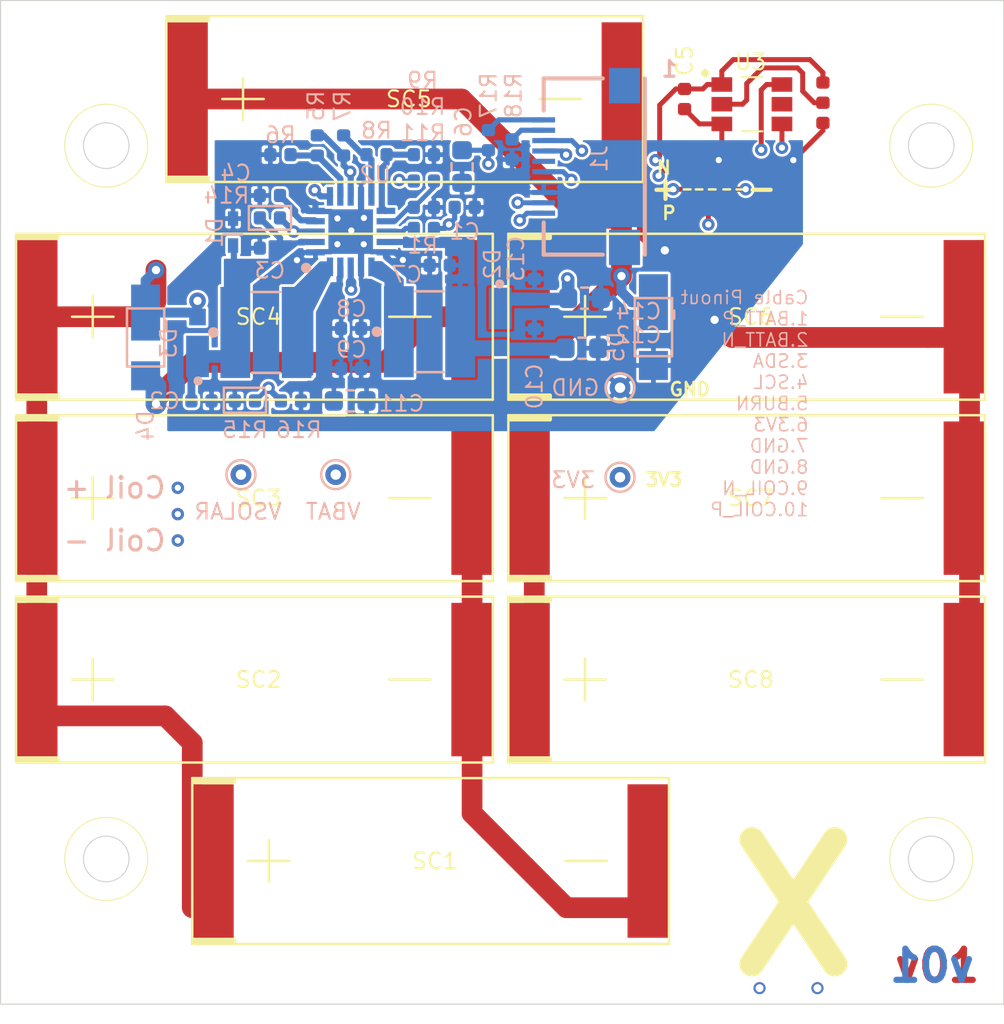
<source format=kicad_pcb>
(kicad_pcb (version 20171130) (host pcbnew 5.0.2-bee76a0~70~ubuntu18.04.1)
  (layers (0 Top signal) (1 In1.Cu signal hide) (2 In2.Cu signal hide) (3 In3.Cu signal hide) (4 In4.Cu signal hide) (31 Bottom signal) (34 B.Paste user hide) (35 F.Paste user hide) (36 B.SilkS user) (37 F.SilkS user) (38 B.Mask user hide) (39 F.Mask user hide) (44 Edge.Cuts user))
  (net 0 "")
  (net 1 GND)
  (net 2 +3V3)
  (net 3 SDA1)
  (net 4 SCL1)
  (net 5 "Net-(L1-Pad2)")
  (net 6 VOUT_EN)
  (net 7 VSOLAR)
  (net 8 VBAT_OK)
  (net 9 BATT_N)
  (net 10 BATT_P)
  (net 11 COIL_N)
  (net 12 COIL_P)
  (net 13 "Net-(C4-Pad1)")
  (net 14 "Net-(C10-Pad1)")
  (net 15 "Net-(C11-Pad1)")
  (net 16 "Net-(L2-Pad1)")
  (net 17 "Net-(R10-Pad2)")
  (net 18 "Net-(R5-Pad1)")
  (net 19 "Net-(R7-Pad1)")
  (net 20 "Net-(R8-Pad1)")
  (net 21 "Net-(R10-Pad1)")
  (net 22 "Net-(R14-Pad1)")
  (net 23 "Net-(D4-Pad2)")
  (net 24 "Net-(R12-Pad1)")
  (net 25 /coil)
  (net 26 VBAT)
  (net 27 /VSOLAR_FULL)
  (module custom-footprints:KXOB25-05X3F (layer Top) (at 100.25 81.5)
    (fp_text reference SC1 (at 10.7 0) (layer F.SilkS) (effects (font (size 0.762 0.762) (thickness 0.1016))))
    (fp_text value SolarCell_Small)
    (pad 2 smd rect (at 21 0) (size 2 7.4) (layers Top F.Paste F.Mask) (net 23 "Net-(D4-Pad2)"))
    (pad 1 smd rect (at 0 0) (size 2 7.4) (layers Top F.Paste F.Mask) (net 27 /VSOLAR_FULL))
  )
  (module custom-footprints:KXOB25-05X3F (layer Top) (at 115.5 72.75)
    (fp_text reference SC8 (at 10.7 0) (layer F.SilkS) (effects (font (size 0.762 0.762) (thickness 0.1016))))
    (fp_text value SolarCell_Small)
    (pad 1 smd rect (at 0 0) (size 2 7.4) (layers Top F.Paste F.Mask) (net 23 "Net-(D4-Pad2)"))
    (pad 2 smd rect (at 21 0) (size 2 7.4) (layers Top F.Paste F.Mask) (net 1 GND))
  )
  (module custom-footprints:KXOB25-05X3F (layer Top) (at 115.5 64)
    (fp_text reference SC7 (at 10.7 0) (layer F.SilkS) (effects (font (size 0.762 0.762) (thickness 0.1016))))
    (fp_text value SolarCell_Small)
    (pad 2 smd rect (at 21 0) (size 2 7.4) (layers Top F.Paste F.Mask) (net 1 GND))
    (pad 1 smd rect (at 0 0) (size 2 7.4) (layers Top F.Paste F.Mask) (net 23 "Net-(D4-Pad2)"))
  )
  (module custom-footprints:KXOB25-05X3F (layer Top) (at 115.5 55.25)
    (fp_text reference SC6 (at 10.7 0) (layer F.SilkS) (effects (font (size 0.762 0.762) (thickness 0.1016))))
    (fp_text value SolarCell_Small)
    (pad 2 smd rect (at 21 0) (size 2 7.4) (layers Top F.Paste F.Mask) (net 1 GND))
    (pad 1 smd rect (at 0 0) (size 2 7.4) (layers Top F.Paste F.Mask) (net 23 "Net-(D4-Pad2)"))
  )
  (module custom-footprints:KXOB25-05X3F (layer Top) (at 99 44.75)
    (fp_text reference SC5 (at 10.7 0) (layer F.SilkS) (effects (font (size 0.762 0.762) (thickness 0.1016))))
    (fp_text value SolarCell_Small)
    (pad 2 smd rect (at 21 0) (size 2 7.4) (layers Top F.Paste F.Mask) (net 1 GND))
    (pad 1 smd rect (at 0 0) (size 2 7.4) (layers Top F.Paste F.Mask) (net 23 "Net-(D4-Pad2)"))
  )
  (module custom-footprints:KXOB25-05X3F (layer Top) (at 91.75 55.25)
    (fp_text reference SC4 (at 10.7 0) (layer F.SilkS) (effects (font (size 0.762 0.762) (thickness 0.1016))))
    (fp_text value SolarCell_Small)
    (pad 2 smd rect (at 21 0) (size 2 7.4) (layers Top F.Paste F.Mask) (net 23 "Net-(D4-Pad2)"))
    (pad 1 smd rect (at 0 0) (size 2 7.4) (layers Top F.Paste F.Mask) (net 27 /VSOLAR_FULL))
  )
  (module custom-footprints:KXOB25-05X3F (layer Top) (at 91.75 64)
    (fp_text reference SC3 (at 10.7 0) (layer F.SilkS) (effects (font (size 0.762 0.762) (thickness 0.1016))))
    (fp_text value SolarCell_Small)
    (pad 2 smd rect (at 21 0) (size 2 7.4) (layers Top F.Paste F.Mask) (net 23 "Net-(D4-Pad2)"))
    (pad 1 smd rect (at 0 0) (size 2 7.4) (layers Top F.Paste F.Mask) (net 27 /VSOLAR_FULL))
  )
  (module custom-footprints:KXOB25-05X3F (layer Top) (at 91.75 72.75)
    (fp_text reference SC2 (at 10.7 0) (layer F.SilkS) (effects (font (size 0.762 0.762) (thickness 0.1016))))
    (fp_text value SolarCell_Small)
    (pad 2 smd rect (at 21 0) (size 2 7.4) (layers Top F.Paste F.Mask) (net 23 "Net-(D4-Pad2)"))
    (pad 1 smd rect (at 0 0) (size 2 7.4) (layers Top F.Paste F.Mask) (net 27 /VSOLAR_FULL))
  )
  (module TestPoint:TestPoint_THTPad_D1.0mm_Drill0.5mm (layer Bottom) (at 101.6 62.865)
    (fp_text reference TP4 hide)
    (fp_text value TP)
    (pad 1 thru_hole circle (at 0 0) (size 1 1) (drill 0.5) (layers *.Cu *.Mask) (net 27 /VSOLAR_FULL))
  )
  (module TestPoint:TestPoint_THTPad_D1.0mm_Drill0.5mm (layer Bottom) (at 106.172 62.865)
    (fp_text reference TP3 hide)
    (fp_text value TP)
    (pad 1 thru_hole circle (at 0 0) (size 1 1) (drill 0.5) (layers *.Cu *.Mask) (net 26 VBAT))
  )
  (module TestPoint:TestPoint_THTPad_D1.0mm_Drill0.5mm (layer Bottom) (at 119.888 58.674)
    (fp_text reference TP2 hide)
    (fp_text value TP)
    (pad 1 thru_hole circle (at 0 0) (size 1 1) (drill 0.5) (layers *.Cu *.Mask) (net 1 GND))
  )
  (module TestPoint:TestPoint_THTPad_D1.0mm_Drill0.5mm (layer Bottom) (at 119.888 62.992)
    (fp_text reference TP1 hide)
    (fp_text value TP)
    (pad 1 thru_hole circle (at 0 0) (size 1 1) (drill 0.5) (layers *.Cu *.Mask) (net 2 +3V3))
  )
  (module custom-footprints:TSL2561 (layer Top) (at 126.25 45)
    (fp_text reference U3 (at -0.0635 -2.032) (layer F.SilkS) (effects (font (size 0.762 0.762) (thickness 0.1016))))
    (fp_text value TSL2561 hide)
    (pad 6 smd rect (at 1.45 -0.95 90) (size 0.7 1) (layers Top F.Paste F.Mask) (net 3 SDA1))
    (pad 5 smd rect (at 1.45 0 90) (size 0.7 1) (layers Top F.Paste F.Mask))
    (pad 4 smd rect (at 1.45 0.95 90) (size 0.7 1) (layers Top F.Paste F.Mask) (net 4 SCL1))
    (pad 3 smd rect (at -1.45 0.95 90) (size 0.7 1) (layers Top F.Paste F.Mask) (net 1 GND))
    (pad 2 smd rect (at -1.45 0 90) (size 0.7 1) (layers Top F.Paste F.Mask) (net 24 "Net-(R12-Pad1)"))
    (pad 1 smd rect (at -1.45 -0.95 90) (size 0.7 1) (layers Top F.Paste F.Mask) (net 2 +3V3))
  )
  (module Capacitor_SMD:C_0603_1608Metric (layer Bottom) (at 112.268 48.006 270)
    (fp_text reference C6 (at -2.159 -0.0635 270) (layer B.SilkS) (effects (font (size 0.762 0.762) (thickness 0.1016)) (justify mirror)))
    (fp_text value 100uF)
    (pad 1 smd roundrect (at -0.7875 0 270) (size 0.875 0.95) (layers Bottom B.Paste B.Mask) (net 26 VBAT))
    (pad 2 smd roundrect (at 0.7875 0 270) (size 0.875 0.95) (layers Bottom B.Paste B.Mask) (net 1 GND))
  )
  (module Capacitor_SMD:C_0402_1005Metric (layer Bottom) (at 106.91366 57.748656)
    (fp_text reference C9 (at 0.02034 -0.916156) (layer B.SilkS) (effects (font (size 0.762 0.762) (thickness 0.1016)) (justify mirror)))
    (fp_text value 0.1uF)
    (pad 2 smd roundrect (at 0.485 0) (size 0.59 0.64) (layers Bottom B.Paste B.Mask) (net 1 GND))
    (pad 1 smd roundrect (at -0.485 0) (size 0.59 0.64) (layers Bottom B.Paste B.Mask) (net 15 "Net-(C11-Pad1)"))
  )
  (module Capacitor_SMD:C_0603_1608Metric (layer Bottom) (at 118.1735 54.356)
    (fp_text reference C14 (at 2.6035 0.635 180) (layer B.SilkS) (effects (font (size 0.762 0.762) (thickness 0.1016)) (justify mirror)))
    (fp_text value 100uF)
    (pad 2 smd roundrect (at 0.7875 0) (size 0.875 0.95) (layers Bottom B.Paste B.Mask) (net 1 GND))
    (pad 1 smd roundrect (at -0.7875 0) (size 0.875 0.95) (layers Bottom B.Paste B.Mask) (net 2 +3V3))
  )
  (module misc-circuits:SOD523 (layer Bottom) (at 101.219 51.216 90)
    (fp_text reference D1 (at -0.7905 -1.3335 90) (layer B.SilkS) (effects (font (size 0.762 0.762) (thickness 0.1016)) (justify right top mirror)))
    (fp_text value SDM20U40-7)
    (pad C smd rect (at -0.6 0 90) (size 0.7 0.5) (layers Bottom B.Paste B.Mask) (net 7 VSOLAR))
    (pad A smd rect (at 0.7 0 90) (size 0.7 0.5) (layers Bottom B.Paste B.Mask) (net 1 GND))
  )
  (module misc-circuits:QFN50P350X350X100-21N-D (layer Bottom) (at 106.89366 51.144656)
    (fp_text reference U2 (at 1.18334 -2.757656) (layer B.SilkS) (effects (font (size 0.762 0.762) (thickness 0.1016)) (justify mirror)))
    (fp_text value Value hide)
    (pad 1 smd rect (at -1.7 1 270) (size 0.3 0.9) (layers Bottom B.Paste B.Mask) (net 1 GND))
    (pad 2 smd rect (at -1.7 0.5 270) (size 0.3 0.9) (layers Bottom B.Paste B.Mask) (net 7 VSOLAR))
    (pad 3 smd rect (at -1.7 0 270) (size 0.3 0.9) (layers Bottom B.Paste B.Mask) (net 22 "Net-(R14-Pad1)"))
    (pad 4 smd rect (at -1.7 -0.5 270) (size 0.3 0.9) (layers Bottom B.Paste B.Mask) (net 13 "Net-(C4-Pad1)"))
    (pad 5 smd rect (at -1.7 -1 270) (size 0.3 0.9) (layers Bottom B.Paste B.Mask) (net 1 GND))
    (pad 6 smd rect (at -1 -1.7) (size 0.3 0.9) (layers Bottom B.Paste B.Mask) (net 6 VOUT_EN))
    (pad 7 smd rect (at -0.5 -1.7) (size 0.3 0.9) (layers Bottom B.Paste B.Mask) (net 18 "Net-(R5-Pad1)"))
    (pad 8 smd rect (at 0 -1.7) (size 0.3 0.9) (layers Bottom B.Paste B.Mask) (net 17 "Net-(R10-Pad2)"))
    (pad 9 smd rect (at 0.5 -1.7) (size 0.3 0.9) (layers Bottom B.Paste B.Mask) (net 1 GND))
    (pad 10 smd rect (at 1 -1.7) (size 0.3 0.9) (layers Bottom B.Paste B.Mask) (net 19 "Net-(R7-Pad1)"))
    (pad 11 smd rect (at 1.7 -1 270) (size 0.3 0.9) (layers Bottom B.Paste B.Mask) (net 20 "Net-(R8-Pad1)"))
    (pad 12 smd rect (at 1.7 -0.5 270) (size 0.3 0.9) (layers Bottom B.Paste B.Mask) (net 21 "Net-(R10-Pad1)"))
    (pad 13 smd rect (at 1.7 0 270) (size 0.3 0.9) (layers Bottom B.Paste B.Mask) (net 8 VBAT_OK))
    (pad 14 smd rect (at 1.7 0.5 270) (size 0.3 0.9) (layers Bottom B.Paste B.Mask) (net 14 "Net-(C10-Pad1)"))
    (pad 15 smd rect (at 1.7 1 270) (size 0.3 0.9) (layers Bottom B.Paste B.Mask) (net 1 GND))
    (pad 16 smd rect (at 1 1.7) (size 0.3 0.9) (layers Bottom B.Paste B.Mask) (net 16 "Net-(L2-Pad1)"))
    (pad 17 smd rect (at 0.5 1.7) (size 0.3 0.9) (layers Bottom B.Paste B.Mask) (net 1 GND))
    (pad 18 smd rect (at 0 1.7) (size 0.3 0.9) (layers Bottom B.Paste B.Mask) (net 26 VBAT))
    (pad 19 smd rect (at -0.5 1.7) (size 0.3 0.9) (layers Bottom B.Paste B.Mask) (net 15 "Net-(C11-Pad1)"))
    (pad 20 smd rect (at -1 1.7) (size 0.3 0.9) (layers Bottom B.Paste B.Mask) (net 5 "Net-(L1-Pad2)"))
    (pad 21 smd rect (at 0 0) (size 2.15 2.15) (layers Bottom B.Paste B.Mask) (net 1 GND))
  )
  (module Resistor_SMD:R_0402_1005Metric (layer Top) (at 124.6215 48.411 180)
    (fp_text reference R19 hide)
    (fp_text value 0)
    (pad 2 smd roundrect (at 0.485 0 180) (size 0.59 0.64) (layers Top F.Paste F.Mask) (net 11 COIL_N))
    (pad 1 smd roundrect (at -0.485 0 180) (size 0.59 0.64) (layers Top F.Paste F.Mask) (net 25 /coil))
  )
  (module Resistor_SMD:R_0402_1005Metric (layer Top) (at 123.65122 48.411 180)
    (fp_text reference R4 hide)
    (fp_text value 0)
    (pad 2 smd roundrect (at 0.485 0 180) (size 0.59 0.64) (layers Top F.Paste F.Mask) (net 25 /coil))
    (pad 1 smd roundrect (at -0.485 0 180) (size 0.59 0.64) (layers Top F.Paste F.Mask) (net 11 COIL_N))
  )
  (module Resistor_SMD:R_0402_1005Metric (layer Top) (at 124.6215 49.808 180)
    (fp_text reference R3 hide)
    (fp_text value 0)
    (pad 2 smd roundrect (at 0.485 0 180) (size 0.59 0.64) (layers Top F.Paste F.Mask) (net 12 COIL_P))
    (pad 1 smd roundrect (at -0.485 0 180) (size 0.59 0.64) (layers Top F.Paste F.Mask) (net 25 /coil))
  )
  (module Resistor_SMD:R_0402_1005Metric (layer Top) (at 123.65122 49.808 180)
    (fp_text reference R2 hide)
    (fp_text value 0)
    (pad 2 smd roundrect (at 0.485 0 180) (size 0.59 0.64) (layers Top F.Paste F.Mask) (net 25 /coil))
    (pad 1 smd roundrect (at -0.485 0 180) (size 0.59 0.64) (layers Top F.Paste F.Mask) (net 12 COIL_P))
  )
  (module custom-footprints:MICROSMP (layer Bottom) (at 99.5045 56.515 90)
    (fp_text reference D3 (at 0 -1.397 270) (layer B.SilkS) (effects (font (size 0.762 0.762) (thickness 0.1016)) (justify mirror)))
    (fp_text value MSS1P4-M3_89A hide)
    (pad 2 smd rect (at 1.25 0) (size 0.8 0.8) (layers Bottom B.Paste B.Mask) (net 27 /VSOLAR_FULL))
    (pad 1 smd rect (at -0.65 0) (size 1.1 2) (layers Bottom B.Paste B.Mask) (net 7 VSOLAR))
  )
  (module Resistor_SMD:R_0402_1005Metric (layer Top) (at 129.677 45.416 90)
    (fp_text reference R13 hide)
    (fp_text value 0)
    (pad 2 smd roundrect (at 0.485 0 90) (size 0.59 0.64) (layers Top F.Paste F.Mask) (net 24 "Net-(R12-Pad1)"))
    (pad 1 smd roundrect (at -0.485 0 90) (size 0.59 0.64) (layers Top F.Paste F.Mask) (net 1 GND))
  )
  (module Resistor_SMD:R_0402_1005Metric (layer Top) (at 129.677 44.4405 90)
    (fp_text reference R12 hide)
    (fp_text value 0)
    (pad 2 smd roundrect (at 0.485 0 90) (size 0.59 0.64) (layers Top F.Paste F.Mask) (net 2 +3V3))
    (pad 1 smd roundrect (at -0.485 0 90) (size 0.59 0.64) (layers Top F.Paste F.Mask) (net 24 "Net-(R12-Pad1)"))
  )
  (module Capacitor_SMD:C_0402_1005Metric (layer Top) (at 123 44.75 90)
    (fp_text reference C5 (at 1.8415 0 90) (layer F.SilkS) (effects (font (size 0.762 0.762) (thickness 0.1016))))
    (fp_text value 0.1uF)
    (pad 2 smd roundrect (at 0.485 0 90) (size 0.59 0.64) (layers Top F.Paste F.Mask) (net 2 +3V3))
    (pad 1 smd roundrect (at -0.485 0 90) (size 0.59 0.64) (layers Top F.Paste F.Mask) (net 1 GND))
  )
  (module "SolarCellParts:SB Diode" (layer Bottom) (at 97 56.25 270)
    (fp_text reference D4 (at 4.25 0 270) (layer B.SilkS) (effects (font (size 0.762 0.762) (thickness 0.1016)) (justify mirror)))
    (fp_text value SBDiode)
    (pad 1 smd rect (at -1.2 0 270) (size 2.7 1.4) (layers Bottom B.Paste B.Mask) (net 27 /VSOLAR_FULL))
    (pad 2 smd rect (at 1.85 0 270) (size 1.4 1.4) (layers Bottom B.Paste B.Mask) (net 23 "Net-(D4-Pad2)"))
  )
  (module "SolarCellParts:SB Diode" (layer Bottom) (at 121.5 55.75 270)
    (fp_text reference D5 (at 0.9525 1.7955 270) (layer B.SilkS) (effects (font (size 0.762 0.762) (thickness 0.1016)) (justify mirror)))
    (fp_text value SBDiode)
    (pad 2 smd rect (at 1.85 0 270) (size 1.4 1.4) (layers Bottom B.Paste B.Mask) (net 1 GND))
    (pad 1 smd rect (at -1.2 0 270) (size 2.7 1.4) (layers Bottom B.Paste B.Mask) (net 23 "Net-(D4-Pad2)"))
  )
  (module custom-footprints:MICROSMP (layer Bottom) (at 114.1095 55.499 270)
    (fp_text reference D2 (at -2.794 0.381 270) (layer B.SilkS) (effects (font (size 0.762 0.762) (thickness 0.1016)) (justify mirror)))
    (fp_text value MSS1P4-M3_89A hide)
    (pad 2 smd rect (at 1.25 0 180) (size 0.8 0.8) (layers Bottom B.Paste B.Mask) (net 14 "Net-(C10-Pad1)"))
    (pad 1 smd rect (at -0.65 0 180) (size 1.1 2) (layers Bottom B.Paste B.Mask) (net 2 +3V3))
  )
  (module Resistor_SMD:R_0402_1005Metric (layer Bottom) (at 103.505 47.4345)
    (fp_text reference R6 (at 0 -0.9525 180) (layer B.SilkS) (effects (font (size 0.762 0.762) (thickness 0.1016)) (justify mirror)))
    (fp_text value 5.62M)
    (pad 2 smd roundrect (at 0.485 0) (size 0.59 0.64) (layers Bottom B.Paste B.Mask) (net 18 "Net-(R5-Pad1)"))
    (pad 1 smd roundrect (at -0.485 0) (size 0.59 0.64) (layers Bottom B.Paste B.Mask) (net 1 GND))
  )
  (module Resistor_SMD:R_0402_1005Metric (layer Bottom) (at 105.283 46.99 90)
    (fp_text reference R5 (at 1.905 -0.0635 270) (layer B.SilkS) (effects (font (size 0.762 0.762) (thickness 0.1016)) (justify mirror)))
    (fp_text value 7.32M)
    (pad 2 smd roundrect (at 0.485 0 90) (size 0.59 0.64) (layers Bottom B.Paste B.Mask) (net 17 "Net-(R10-Pad2)"))
    (pad 1 smd roundrect (at -0.485 0 90) (size 0.59 0.64) (layers Bottom B.Paste B.Mask) (net 18 "Net-(R5-Pad1)"))
  )
  (module Resistor_SMD:R_0402_1005Metric (layer Bottom) (at 104.013 59.309 180)
    (fp_text reference R16 (at -0.381 -1.397) (layer B.SilkS) (effects (font (size 0.762 0.762) (thickness 0.1016)) (justify mirror)))
    (fp_text value 0)
    (pad 2 smd roundrect (at 0.485 0 180) (size 0.59 0.64) (layers Bottom B.Paste B.Mask) (net 22 "Net-(R14-Pad1)"))
    (pad 1 smd roundrect (at -0.485 0 180) (size 0.59 0.64) (layers Bottom B.Paste B.Mask) (net 15 "Net-(C11-Pad1)"))
  )
  (module Capacitor_SMD:C_0402_1005Metric (layer Bottom) (at 106.91366 55.8165)
    (fp_text reference C8 (at 0.02034 -0.9525) (layer B.SilkS) (effects (font (size 0.762 0.762) (thickness 0.1016)) (justify mirror)))
    (fp_text value 4.7uF)
    (pad 2 smd roundrect (at 0.485 0) (size 0.59 0.64) (layers Bottom B.Paste B.Mask) (net 1 GND))
    (pad 1 smd roundrect (at -0.485 0) (size 0.59 0.64) (layers Bottom B.Paste B.Mask) (net 15 "Net-(C11-Pad1)"))
  )
  (module custom-footprints:XF2M-1015-1A (layer Bottom) (at 116.205 48.006 270)
    (fp_text reference J1 (at -0.37186 -2.68404 90) (layer B.SilkS) (effects (font (size 0.762 0.762) (thickness 0.1016)) (justify mirror)))
    (fp_text value XF2M-1015-1A hide)
    (pad 1 smd rect (at -2.25 0 270) (size 0.25 1.1) (layers Bottom B.Paste B.Mask) (net 10 BATT_P))
    (pad 2 smd rect (at -1.75 0 270) (size 0.25 1.1) (layers Bottom B.Paste B.Mask) (net 9 BATT_N))
    (pad 3 smd rect (at -1.25 0 270) (size 0.25 1.1) (layers Bottom B.Paste B.Mask) (net 3 SDA1))
    (pad 4 smd rect (at -0.75 0 270) (size 0.25 1.1) (layers Bottom B.Paste B.Mask) (net 4 SCL1))
    (pad 5 smd rect (at -0.25 0 270) (size 0.25 1.1) (layers Bottom B.Paste B.Mask))
    (pad 6 smd rect (at 0.25 0 270) (size 0.25 1.1) (layers Bottom B.Paste B.Mask) (net 2 +3V3))
    (pad 7 smd rect (at 0.75 0 270) (size 0.25 1.1) (layers Bottom B.Paste B.Mask) (net 1 GND))
    (pad 8 smd rect (at 1.25 0 270) (size 0.25 1.1) (layers Bottom B.Paste B.Mask) (net 1 GND))
    (pad 9 smd rect (at 1.75 0 270) (size 0.25 1.1) (layers Bottom B.Paste B.Mask) (net 11 COIL_N))
    (pad 10 smd rect (at 2.25 0 270) (size 0.25 1.1) (layers Bottom B.Paste B.Mask) (net 12 COIL_P))
    (pad 11 smd rect (at -3.9 -3.9 180) (size 1.5 1.7) (layers Bottom B.Paste B.Mask))
    (pad 12 smd rect (at 3.9 -3.9 180) (size 1.5 1.7) (layers Bottom B.Paste B.Mask))
  )
  (module Capacitor_SMD:C_0603_1608Metric (layer Bottom) (at 118.0465 56.769)
    (fp_text reference C12 (at 2.7305 -0.635 180) (layer B.SilkS) (effects (font (size 0.762 0.762) (thickness 0.1016)) (justify mirror)))
    (fp_text value 100uF)
    (pad 2 smd roundrect (at 0.7875 0) (size 0.875 0.95) (layers Bottom B.Paste B.Mask) (net 1 GND))
    (pad 1 smd roundrect (at -0.7875 0) (size 0.875 0.95) (layers Bottom B.Paste B.Mask) (net 14 "Net-(C10-Pad1)"))
  )
  (module Capacitor_SMD:C_0402_1005Metric (layer Bottom) (at 115.7605 53.9115 90)
    (fp_text reference C13 (at 1.4605 -0.889 90) (layer B.SilkS) (effects (font (size 0.762 0.762) (thickness 0.1016)) (justify mirror)))
    (fp_text value 0.1uF)
    (pad 2 smd roundrect (at 0.485 0 90) (size 0.59 0.64) (layers Bottom B.Paste B.Mask) (net 1 GND))
    (pad 1 smd roundrect (at -0.485 0 90) (size 0.59 0.64) (layers Bottom B.Paste B.Mask) (net 2 +3V3))
  )
  (module Resistor_SMD:R_0402_1005Metric (layer Bottom) (at 106.553 46.99 270)
    (fp_text reference R7 (at -1.905 0.0635 270) (layer B.SilkS) (effects (font (size 0.762 0.762) (thickness 0.1016)) (justify mirror)))
    (fp_text value 374K)
    (pad 2 smd roundrect (at 0.485 0 270) (size 0.59 0.64) (layers Bottom B.Paste B.Mask) (net 17 "Net-(R10-Pad2)"))
    (pad 1 smd roundrect (at -0.485 0 270) (size 0.59 0.64) (layers Bottom B.Paste B.Mask) (net 19 "Net-(R7-Pad1)"))
  )
  (module Resistor_SMD:R_0402_1005Metric (layer Bottom) (at 110.4265 49.9745 180)
    (fp_text reference R11 (at 0.0635 3.583) (layer B.SilkS) (effects (font (size 0.762 0.762) (thickness 0.1016)) (justify mirror)))
    (fp_text value 4.75M)
    (pad 2 smd roundrect (at 0.485 0 180) (size 0.59 0.64) (layers Bottom B.Paste B.Mask) (net 21 "Net-(R10-Pad1)"))
    (pad 1 smd roundrect (at -0.485 0 180) (size 0.59 0.64) (layers Bottom B.Paste B.Mask) (net 1 GND))
  )
  (module Resistor_SMD:R_0402_1005Metric (layer Bottom) (at 110.4265 47.4345 180)
    (fp_text reference R9 (at 0.0635 3.583) (layer B.SilkS) (effects (font (size 0.762 0.762) (thickness 0.1016)) (justify mirror)))
    (fp_text value 4.53M)
    (pad 2 smd roundrect (at 0.485 0 180) (size 0.59 0.64) (layers Bottom B.Paste B.Mask) (net 20 "Net-(R8-Pad1)"))
    (pad 1 smd roundrect (at -0.485 0 180) (size 0.59 0.64) (layers Bottom B.Paste B.Mask) (net 1 GND))
  )
  (module Resistor_SMD:R_0402_1005Metric (layer Bottom) (at 110.4265 48.7045 180)
    (fp_text reference R10 (at 0.0635 3.583) (layer B.SilkS) (effects (font (size 0.762 0.762) (thickness 0.1016)) (justify mirror)))
    (fp_text value 8.25M)
    (pad 2 smd roundrect (at 0.485 0 180) (size 0.59 0.64) (layers Bottom B.Paste B.Mask) (net 17 "Net-(R10-Pad2)"))
    (pad 1 smd roundrect (at -0.485 0 180) (size 0.59 0.64) (layers Bottom B.Paste B.Mask) (net 21 "Net-(R10-Pad1)"))
  )
  (module Resistor_SMD:R_0402_1005Metric (layer Bottom) (at 108.1405 47.4345 180)
    (fp_text reference R8 (at 0 1.17) (layer B.SilkS) (effects (font (size 0.762 0.762) (thickness 0.1016)) (justify mirror)))
    (fp_text value 8.25M)
    (pad 2 smd roundrect (at 0.485 0 180) (size 0.59 0.64) (layers Bottom B.Paste B.Mask) (net 19 "Net-(R7-Pad1)"))
    (pad 1 smd roundrect (at -0.485 0 180) (size 0.59 0.64) (layers Bottom B.Paste B.Mask) (net 20 "Net-(R8-Pad1)"))
  )
  (module Resistor_SMD:R_0402_1005Metric (layer Bottom) (at 102.997 50.4825 180)
    (fp_text reference R14 (at 2.0955 1.0795) (layer B.SilkS) (effects (font (size 0.762 0.762) (thickness 0.1016)) (justify mirror)))
    (fp_text value 0)
    (pad 2 smd roundrect (at 0.485 0 180) (size 0.59 0.64) (layers Bottom B.Paste B.Mask) (net 7 VSOLAR))
    (pad 1 smd roundrect (at -0.485 0 180) (size 0.59 0.64) (layers Bottom B.Paste B.Mask) (net 22 "Net-(R14-Pad1)"))
  )
  (module Resistor_SMD:R_0402_1005Metric (layer Bottom) (at 101.7905 59.309)
    (fp_text reference R15 (at 0 1.397 180) (layer B.SilkS) (effects (font (size 0.762 0.762) (thickness 0.1016)) (justify mirror)))
    (fp_text value 0)
    (pad 2 smd roundrect (at 0.485 0) (size 0.59 0.64) (layers Bottom B.Paste B.Mask) (net 22 "Net-(R14-Pad1)"))
    (pad 1 smd roundrect (at -0.485 0) (size 0.59 0.64) (layers Bottom B.Paste B.Mask) (net 1 GND))
  )
  (module Resistor_SMD:R_0402_1005Metric (layer Bottom) (at 113.538 46.736 270)
    (fp_text reference R17 (at -2.159 0 90) (layer B.SilkS) (effects (font (size 0.762 0.762) (thickness 0.1016)) (justify mirror)))
    (fp_text value 0)
    (pad 1 smd roundrect (at -0.485 0 270) (size 0.59 0.64) (layers Bottom B.Paste B.Mask) (net 10 BATT_P))
    (pad 2 smd roundrect (at 0.485 0 270) (size 0.59 0.64) (layers Bottom B.Paste B.Mask) (net 26 VBAT))
  )
  (module Resistor_SMD:R_0402_1005Metric (layer Bottom) (at 114.681 47.1805 270)
    (fp_text reference R18 (at -2.6035 -0.0635 270) (layer B.SilkS) (effects (font (size 0.762 0.762) (thickness 0.1016)) (justify mirror)))
    (fp_text value 0)
    (pad 2 smd roundrect (at 0.485 0 270) (size 0.59 0.64) (layers Bottom B.Paste B.Mask) (net 1 GND))
    (pad 1 smd roundrect (at -0.485 0 270) (size 0.59 0.64) (layers Bottom B.Paste B.Mask) (net 9 BATT_N))
  )
  (module Resistor_SMD:R_0402_1005Metric (layer Bottom) (at 110.4265 50.9905)
    (fp_text reference R1 (at -0.0635 0.8255) (layer B.SilkS) (effects (font (size 0.762 0.762) (thickness 0.1016)) (justify mirror)))
    (fp_text value 0)
    (pad 2 smd roundrect (at 0.485 0) (size 0.59 0.64) (layers Bottom B.Paste B.Mask) (net 6 VOUT_EN))
    (pad 1 smd roundrect (at -0.485 0) (size 0.59 0.64) (layers Bottom B.Paste B.Mask) (net 8 VBAT_OK))
  )
  (module misc-circuits:LPS4018 (layer Bottom) (at 110.69574 55.97398)
    (fp_text reference L2 hide)
    (fp_text value 10uH-LPS4018-103MR hide)
    (pad 2 smd rect (at 1.47955 0) (size 1.4351 4.3942) (layers Bottom B.Paste B.Mask) (net 14 "Net-(C10-Pad1)"))
    (pad 1 smd rect (at -1.47955 0) (size 1.4351 4.3942) (layers Bottom B.Paste B.Mask) (net 16 "Net-(L2-Pad1)"))
  )
  (module misc-circuits:LPS4018 (layer Bottom) (at 102.8065 56.007)
    (fp_text reference L1 hide)
    (fp_text value 22uH-LPS4018-223MR hide)
    (pad 2 smd rect (at 1.47955 0) (size 1.4351 4.3942) (layers Bottom B.Paste B.Mask) (net 5 "Net-(L1-Pad2)"))
    (pad 1 smd rect (at -1.47955 0) (size 1.4351 4.3942) (layers Bottom B.Paste B.Mask) (net 7 VSOLAR))
  )
  (module Capacitor_SMD:C_0603_1608Metric (layer Bottom) (at 106.8705 59.309)
    (fp_text reference C11 (at 2.4765 0.127) (layer B.SilkS) (effects (font (size 0.762 0.762) (thickness 0.1016)) (justify mirror)))
    (fp_text value 100uF)
    (pad 2 smd roundrect (at 0.7875 0) (size 0.875 0.95) (layers Bottom B.Paste B.Mask) (net 1 GND))
    (pad 1 smd roundrect (at -0.7875 0) (size 0.875 0.95) (layers Bottom B.Paste B.Mask) (net 15 "Net-(C11-Pad1)"))
  )
  (module Capacitor_SMD:C_0402_1005Metric (layer Bottom) (at 111.1885 52.7685 180)
    (fp_text reference C7 (at 1.5875 -0.4445) (layer B.SilkS) (effects (font (size 0.762 0.762) (thickness 0.1016)) (justify mirror)))
    (fp_text value 22uF)
    (pad 2 smd roundrect (at 0.485 0 180) (size 0.59 0.64) (layers Bottom B.Paste B.Mask) (net 1 GND))
    (pad 1 smd roundrect (at -0.485 0 180) (size 0.59 0.64) (layers Bottom B.Paste B.Mask) (net 14 "Net-(C10-Pad1)"))
  )
  (module Capacitor_SMD:C_0402_1005Metric (layer Bottom) (at 102.997 49.403 180)
    (fp_text reference C4 (at 1.651 1.0795) (layer B.SilkS) (effects (font (size 0.762 0.762) (thickness 0.1016)) (justify mirror)))
    (fp_text value 10nF)
    (pad 2 smd roundrect (at 0.485 0 180) (size 0.59 0.64) (layers Bottom B.Paste B.Mask) (net 1 GND))
    (pad 1 smd roundrect (at -0.485 0 180) (size 0.59 0.64) (layers Bottom B.Paste B.Mask) (net 13 "Net-(C4-Pad1)"))
  )
  (module Capacitor_SMD:C_0402_1005Metric (layer Bottom) (at 99.695 59.309)
    (fp_text reference C2 (at -1.778 0 180) (layer B.SilkS) (effects (font (size 0.762 0.762) (thickness 0.1016)) (justify mirror)))
    (fp_text value 0.1uF)
    (pad 2 smd roundrect (at 0.485 0) (size 0.59 0.64) (layers Bottom B.Paste B.Mask) (net 1 GND))
    (pad 1 smd roundrect (at -0.485 0) (size 0.59 0.64) (layers Bottom B.Paste B.Mask) (net 7 VSOLAR))
  )
  (module Capacitor_SMD:C_0402_1005Metric (layer Bottom) (at 115.7605 56.3245 90)
    (fp_text reference C10 (at -2.286 0 270) (layer B.SilkS) (effects (font (size 0.762 0.762) (thickness 0.1016)) (justify mirror)))
    (fp_text value 0.1uF)
    (pad 2 smd roundrect (at 0.485 0 90) (size 0.59 0.64) (layers Bottom B.Paste B.Mask) (net 1 GND))
    (pad 1 smd roundrect (at -0.485 0 90) (size 0.59 0.64) (layers Bottom B.Paste B.Mask) (net 14 "Net-(C10-Pad1)"))
  )
  (module Capacitor_SMD:C_0402_1005Metric (layer Bottom) (at 102.997 51.943 180)
    (fp_text reference C3 (at 0 -1.0795) (layer B.SilkS) (effects (font (size 0.762 0.762) (thickness 0.1016)) (justify mirror)))
    (fp_text value 4.7uF)
    (pad 2 smd roundrect (at 0.485 0 180) (size 0.59 0.64) (layers Bottom B.Paste B.Mask) (net 1 GND))
    (pad 1 smd roundrect (at -0.485 0 180) (size 0.59 0.64) (layers Bottom B.Paste B.Mask) (net 7 VSOLAR))
  )
  (module Capacitor_SMD:C_0402_1005Metric (layer Bottom) (at 112.395 49.9745)
    (fp_text reference C1 (at 0 1.17) (layer B.SilkS) (effects (font (size 0.762 0.762) (thickness 0.1016)) (justify mirror)))
    (fp_text value 1.0uF)
    (pad 2 smd roundrect (at 0.485 0) (size 0.59 0.64) (layers Bottom B.Paste B.Mask) (net 1 GND))
    (pad 1 smd roundrect (at -0.485 0) (size 0.59 0.64) (layers Bottom B.Paste B.Mask) (net 6 VOUT_EN))
  )
  (gr_text X (at 128.25 83.75) (layer F.SilkS) (effects (font (size 6 6) (thickness 1.2))))
  (gr_line (start 100.7618 51.2826) (end 101.6762 51.2826) (layer B.SilkS) (width 0.12))
  (gr_text 1 (at 122.7328 43.307) (layer B.SilkS) (effects (font (size 0.762 0.762) (thickness 0.1524)) (justify left mirror)))
  (gr_text 3V3 (at 118.745 63.119) (layer B.SilkS) (effects (font (size 0.762 0.762) (thickness 0.1016)) (justify left mirror)))
  (gr_text VBAT (at 107.442 64.643) (layer B.SilkS) (effects (font (size 0.762 0.762) (thickness 0.1016)) (justify left mirror)))
  (gr_text VSOLAR (at 103.632 64.643) (layer B.SilkS) (effects (font (size 0.762 0.762) (thickness 0.1016)) (justify left mirror)))
  (gr_text GND (at 118.962715 58.674) (layer B.SilkS) (effects (font (size 0.762 0.762) (thickness 0.1016)) (justify left mirror)))
  (gr_text "Cable Pinout\n1.BATT_P\n2.BATT_N\n3.SDA\n4.SCL\n5.BURN\n6.3V3\n7.GND\n8.GND\n9.COIL_N\n10.COIL_P" (at 129.032 59.436) (layer B.SilkS) (effects (font (size 0.635 0.635) (thickness 0.0762)) (justify left mirror)))
  (gr_line (start 104.013 51.054) (end 101.981 51.054) (layer B.SilkS) (width 0.12))
  (gr_line (start 104.013 49.911) (end 104.013 51.054) (layer B.SilkS) (width 0.12))
  (gr_line (start 101.981 49.911) (end 104.013 49.911) (layer B.SilkS) (width 0.12))
  (gr_line (start 101.981 51.054) (end 101.981 49.911) (layer B.SilkS) (width 0.12))
  (gr_line (start 102.8065 59.8805) (end 100.7745 59.8805) (layer B.SilkS) (width 0.12))
  (gr_line (start 102.8065 58.674) (end 102.8065 59.8805) (layer B.SilkS) (width 0.12))
  (gr_line (start 100.7745 58.674) (end 102.8065 58.674) (layer B.SilkS) (width 0.12))
  (gr_line (start 100.7745 59.8805) (end 100.7745 58.674) (layer B.SilkS) (width 0.12))
  (gr_text v01 (at 134.9375 86.5505) (layer Bottom) (effects (font (size 1.5 1.5) (thickness 0.3)) (justify mirror)))
  (gr_text v01 (at 135.1915 86.5505) (layer Top) (effects (font (size 1.5 1.5) (thickness 0.3))))
  (gr_text 3V3 (at 122 63.1) (layer F.SilkS) (effects (font (size 0.635 0.635) (thickness 0.127))))
  (gr_text GND (at 123.25 58.75) (layer F.SilkS) (effects (font (size 0.635 0.635) (thickness 0.127))))
  (gr_text - (at 126.717 49.046) (layer F.SilkS) (effects (font (size 1.143 1.143) (thickness 0.2032))))
  (gr_text P (at 122.25 50.25) (layer F.SilkS) (effects (font (size 0.635 0.635) (thickness 0.127))))
  (gr_text N (at 122 48 180) (layer F.SilkS) (effects (font (size 0.635 0.635) (thickness 0.127))))
  (gr_text + (at 122.0815 49.046) (layer F.SilkS) (effects (font (size 1.143 1.143) (thickness 0.2032))))
  (gr_line (start 123.288 49.1095) (end 122.9705 49.1095) (layer F.SilkS) (width 0.12))
  (gr_line (start 124.4945 49.1095) (end 124.177 49.1095) (layer F.SilkS) (width 0.12))
  (gr_line (start 123.542 49.1095) (end 123.8595 49.1095) (layer F.SilkS) (width 0.12))
  (gr_line (start 124.8755 49.1095) (end 125.193 49.1095) (layer F.SilkS) (width 0.12))
  (gr_line (start 125.828 49.1095) (end 125.5105 49.1095) (layer F.SilkS) (width 0.12))
  (gr_text "Coil -" (at 95.504 66.04) (layer B.SilkS) (effects (font (size 1 1)) (justify mirror)))
  (gr_text "Coil +" (at 95.504 63.5) (layer B.SilkS) (effects (font (size 1 1)) (justify mirror)))
  (gr_circle (center 95.1 47) (end 96.2 47) (layer Edge.Cuts) (width 0.05))
  (gr_circle (center 95.1 81.4) (end 97.1 81.4) (layer F.SilkS) (width 0.05))
  (gr_circle (center 134.9 81.4) (end 136.9 81.4) (layer F.SilkS) (width 0.05))
  (gr_circle (center 134.9 47) (end 136.9 47) (layer F.SilkS) (width 0.05))
  (gr_circle (center 95.1 47) (end 97.1 47) (layer F.SilkS) (width 0.05))
  (gr_circle (center 95.1 81.4) (end 96.2 81.4) (layer Edge.Cuts) (width 0.05))
  (gr_circle (center 134.9 81.4) (end 136 81.4) (layer Edge.Cuts) (width 0.05))
  (gr_circle (center 134.9 47) (end 136 47) (layer Edge.Cuts) (width 0.05))
  (gr_line (start 90 88.4) (end 138.4 88.4) (layer Edge.Cuts) (width 0.05))
  (gr_line (start 90 88.4) (end 90 40) (layer Edge.Cuts) (width 0.05))
  (gr_line (start 138.4 40) (end 138.4 88.4) (layer Edge.Cuts) (width 0.05))
  (gr_line (start 90 40) (end 138.4 40) (layer Edge.Cuts) (width 0.05))
  (segment (start 136.75 56.25) (end 136.75 74.5) (width 1) (layer Top) (net 1))
  (segment (start 106.89366 51.144656) (end 106.28406 51.754256) (width 0.2032) (layer Bottom) (net 1))
  (segment (start 106.28406 51.754256) (end 106.25326 51.754256) (width 0.2032) (layer Bottom) (net 1))
  (via (at 106.25326 51.754256) (size 0.6) (drill 0.3) (layers Top Bottom) (net 1))
  (segment (start 106.89366 51.144656) (end 107.50326 51.754256) (width 0.2032) (layer Bottom) (net 1))
  (segment (start 107.50326 51.754256) (end 107.52326 51.754256) (width 0.2032) (layer Bottom) (net 1))
  (via (at 107.52326 51.754256) (size 0.6) (drill 0.3) (layers Top Bottom) (net 1))
  (segment (start 106.89366 51.144656) (end 106.28406 50.535056) (width 0.2032) (layer Bottom) (net 1))
  (segment (start 106.28406 50.535056) (end 106.25326 50.509656) (width 0.2032) (layer Bottom) (net 1))
  (via (at 106.25326 50.509656) (size 0.6) (drill 0.3) (layers Top Bottom) (net 1))
  (segment (start 108.54366 52.144656) (end 108.92966 52.144656) (width 0.2032) (layer Bottom) (net 1))
  (via (at 109.4105 52.5145) (size 0.6) (drill 0.3) (layers Top Bottom) (net 1))
  (segment (start 105.238604 50.1396) (end 105.0417 50.1396) (width 0.2286) (layer Bottom) (net 1))
  (segment (start 107.43437 53.150334) (end 107.43437 53.28157) (width 0.2286) (layer Bottom) (net 1))
  (segment (start 107.39366 52.794656) (end 107.39366 53.109624) (width 0.2286) (layer Bottom) (net 1))
  (segment (start 107.39366 53.109624) (end 107.43437 53.150334) (width 0.2286) (layer Bottom) (net 1))
  (segment (start 109.040656 52.144656) (end 109.4105 52.5145) (width 0.29972) (layer Bottom) (net 1))
  (segment (start 108.59366 52.144656) (end 109.040656 52.144656) (width 0.29972) (layer Bottom) (net 1))
  (segment (start 108.59366 52.144656) (end 108.59366 52.33266) (width 0.29972) (layer Bottom) (net 1))
  (segment (start 108.59366 52.33266) (end 108.712 52.451) (width 0.29972) (layer Bottom) (net 1))
  (segment (start 107.39366 51.99134) (end 107.442 51.943) (width 0.29972) (layer Bottom) (net 1))
  (segment (start 107.39366 52.844656) (end 107.39366 51.99134) (width 0.29972) (layer Bottom) (net 1))
  (segment (start 107.39366 50.21334) (end 107.3785 50.2285) (width 0.29972) (layer Bottom) (net 1))
  (segment (start 107.39366 49.444656) (end 107.39366 50.21334) (width 0.29972) (layer Bottom) (net 1))
  (segment (start 107.891115 52.115255) (end 107.51058 51.73472) (width 0.254) (layer Bottom) (net 1))
  (segment (start 108.564259 52.115255) (end 107.891115 52.115255) (width 0.254) (layer Bottom) (net 1))
  (segment (start 108.59366 52.144656) (end 108.564259 52.115255) (width 0.254) (layer Bottom) (net 1))
  (segment (start 105.921005 52.115255) (end 106.19994 51.83632) (width 0.254) (layer Bottom) (net 1))
  (segment (start 105.223061 52.115255) (end 105.921005 52.115255) (width 0.254) (layer Bottom) (net 1))
  (segment (start 105.19366 52.144656) (end 105.223061 52.115255) (width 0.254) (layer Bottom) (net 1))
  (segment (start 105.932137 50.174057) (end 106.02468 50.2666) (width 0.254) (layer Bottom) (net 1))
  (segment (start 105.223061 50.174057) (end 105.932137 50.174057) (width 0.254) (layer Bottom) (net 1))
  (segment (start 105.19366 50.144656) (end 105.223061 50.174057) (width 0.254) (layer Bottom) (net 1))
  (segment (start 104.907056 50.144656) (end 104.6353 49.8729) (width 0.29972) (layer Bottom) (net 1))
  (segment (start 105.19366 50.144656) (end 104.907056 50.144656) (width 0.29972) (layer Bottom) (net 1))
  (segment (start 105.19366 49.86992) (end 105.18902 49.86528) (width 0.29972) (layer Bottom) (net 1))
  (segment (start 105.19366 50.144656) (end 105.19366 49.86992) (width 0.29972) (layer Bottom) (net 1))
  (via (at 107.5309 50.48504) (size 0.6) (drill 0.3) (layers Top Bottom) (net 1))
  (via (at 106.92384 51.0921) (size 0.6) (drill 0.3) (layers Top Bottom) (net 1))
  (segment (start 104.677049 52.144656) (end 104.594111 52.227594) (width 0.2032) (layer Bottom) (net 1))
  (segment (start 104.594111 52.227594) (end 104.302012 52.519693) (width 0.2032) (layer Bottom) (net 1))
  (segment (start 105.24366 52.144656) (end 104.677049 52.144656) (width 0.2032) (layer Bottom) (net 1))
  (via (at 104.302012 52.519693) (size 0.6) (drill 0.3) (layers Top Bottom) (net 1))
  (segment (start 134.75 56.25) (end 136.75 56.25) (width 1) (layer Top) (net 1))
  (segment (start 134.75 56.25) (end 125.3 56.25) (width 1) (layer Top) (net 1))
  (segment (start 125.3 56.25) (end 124.45 55.4) (width 1) (layer Top) (net 1))
  (segment (start 120 44.75) (end 120 48.55) (width 1) (layer Top) (net 1))
  (segment (start 120 48.55) (end 121.2 49.75) (width 1) (layer Top) (net 1))
  (via (at 122.05 52.05) (size 0.8) (drill 0.4) (layers Top Bottom) (net 1))
  (segment (start 121.2 49.75) (end 121.2 51.2) (width 1) (layer Top) (net 1))
  (segment (start 121.2 51.2) (end 122.05 52.05) (width 1) (layer Top) (net 1))
  (via (at 124.45 55.4) (size 0.8) (drill 0.4) (layers Top Bottom) (net 1))
  (segment (start 123.715 45.95) (end 124.8 45.95) (width 0.24) (layer Top) (net 1))
  (segment (start 123 45.235) (end 123.715 45.95) (width 0.24) (layer Top) (net 1))
  (via (at 128.25 47.7) (size 0.6) (drill 0.3) (layers Top Bottom) (net 1))
  (segment (start 129.677 45.901) (end 129.677 46.273) (width 0.24) (layer Top) (net 1))
  (segment (start 129.677 46.273) (end 128.25 47.7) (width 0.24) (layer Top) (net 1))
  (via (at 124.65 47.694011) (size 0.6) (drill 0.3) (layers Top Bottom) (net 1))
  (segment (start 124.8 45.95) (end 124.8 47.544011) (width 0.24) (layer Top) (net 1))
  (segment (start 124.8 47.544011) (end 124.65 47.694011) (width 0.24) (layer Top) (net 1))
  (segment (start 114.562 54.3965) (end 114.1095 54.849) (width 0.635) (layer Bottom) (net 2))
  (segment (start 115.7605 54.3965) (end 114.562 54.3965) (width 0.635) (layer Bottom) (net 2))
  (segment (start 117.23572 48.348901) (end 117.53761 48.650791) (width 0.24892) (layer Bottom) (net 2))
  (segment (start 116.205 48.256) (end 117.142819 48.256) (width 0.24892) (layer Bottom) (net 2))
  (via (at 117.53761 48.650791) (size 0.6) (drill 0.3) (layers Top Bottom) (net 2))
  (segment (start 117.142819 48.256) (end 117.23572 48.348901) (width 0.24892) (layer Bottom) (net 2))
  (via (at 117.348 53.4035) (size 0.6) (drill 0.3) (layers Top Bottom) (net 2))
  (segment (start 117.386 54.356) (end 117.386 53.4415) (width 0.6096) (layer Bottom) (net 2))
  (segment (start 117.386 53.4415) (end 117.348 53.4035) (width 0.6096) (layer Bottom) (net 2))
  (segment (start 117.3455 54.3965) (end 117.386 54.356) (width 0.6096) (layer Bottom) (net 2))
  (segment (start 115.7605 54.3965) (end 117.3455 54.3965) (width 0.6096) (layer Bottom) (net 2))
  (segment (start 123.885 44.265) (end 124.1 44.05) (width 0.24) (layer Top) (net 2))
  (segment (start 123 44.265) (end 123.885 44.265) (width 0.24) (layer Top) (net 2))
  (segment (start 124.8 44.05) (end 124.1 44.05) (width 0.24) (layer Top) (net 2))
  (segment (start 129.677 43.9555) (end 129.677 43.5605) (width 0.24) (layer Top) (net 2))
  (segment (start 129.677 43.9555) (end 129.677 43.477) (width 0.24) (layer Top) (net 2))
  (segment (start 129.677 43.477) (end 129.05 42.85) (width 0.24) (layer Top) (net 2))
  (segment (start 129.05 42.85) (end 125.35 42.85) (width 0.24) (layer Top) (net 2))
  (segment (start 124.8 43.4) (end 124.8 44.05) (width 0.24) (layer Top) (net 2))
  (segment (start 125.35 42.85) (end 124.8 43.4) (width 0.24) (layer Top) (net 2))
  (segment (start 122.58 44.265) (end 121.8 45.045) (width 0.24) (layer Top) (net 2))
  (segment (start 123 44.265) (end 122.58 44.265) (width 0.24) (layer Top) (net 2))
  (via (at 121.6 47.7) (size 0.6) (drill 0.3) (layers Top Bottom) (net 2))
  (segment (start 121.8 45.045) (end 121.8 47.5) (width 0.24) (layer Top) (net 2))
  (segment (start 121.8 47.5) (end 121.6 47.7) (width 0.24) (layer Top) (net 2))
  (segment (start 116.205 46.756) (end 117.559965 46.756) (width 0.24892) (layer Bottom) (net 3))
  (segment (start 117.559965 46.756) (end 118.04774 47.243775) (width 0.24892) (layer Bottom) (net 3))
  (via (at 118.04774 47.243775) (size 0.6) (drill 0.3) (layers Top Bottom) (net 3))
  (segment (start 126.96 44.05) (end 126.7 44.31) (width 0.24) (layer Top) (net 3))
  (segment (start 127.7 44.05) (end 126.96 44.05) (width 0.24) (layer Top) (net 3))
  (via (at 126.7 47.2) (size 0.6) (drill 0.3) (layers Top Bottom) (net 3))
  (segment (start 126.7 44.31) (end 126.7 47.2) (width 0.24) (layer Top) (net 3))
  (segment (start 116.205 47.256) (end 117.105998 47.256) (width 0.24892) (layer Bottom) (net 4))
  (segment (start 117.105998 47.256) (end 117.2845 47.434502) (width 0.24892) (layer Bottom) (net 4))
  (via (at 117.2845 47.434502) (size 0.6) (drill 0.3) (layers Top Bottom) (net 4))
  (via (at 127.7 47.1) (size 0.6) (drill 0.3) (layers Top Bottom) (net 4))
  (segment (start 127.7 45.95) (end 127.7 47.1) (width 0.24) (layer Top) (net 4))
  (via (at 105.156 49.149) (size 0.6) (drill 0.3) (layers Top Bottom) (net 6))
  (segment (start 105.89366 49.444656) (end 105.451656 49.444656) (width 0.29972) (layer Bottom) (net 6))
  (segment (start 105.451656 49.444656) (end 105.156 49.149) (width 0.29972) (layer Bottom) (net 6))
  (segment (start 111.379 50.9905) (end 110.9115 50.9905) (width 0.24892) (layer Bottom) (net 6))
  (via (at 111.633 50.8) (size 0.6) (drill 0.3) (layers Top Bottom) (net 6))
  (segment (start 111.379 50.9905) (end 111.4425 50.9905) (width 0.24892) (layer Bottom) (net 6))
  (segment (start 111.4425 50.9905) (end 111.633 50.8) (width 0.24892) (layer Bottom) (net 6))
  (segment (start 111.91 50.523) (end 111.633 50.8) (width 0.24892) (layer Bottom) (net 6))
  (segment (start 111.91 49.9745) (end 111.91 50.523) (width 0.24892) (layer Bottom) (net 6))
  (segment (start 104.775254 51.6382) (end 104.4575 51.6382) (width 0.29972) (layer Bottom) (net 7))
  (segment (start 105.24366 51.644656) (end 104.78171 51.644656) (width 0.2286) (layer Bottom) (net 7))
  (segment (start 104.78171 51.644656) (end 104.775254 51.6382) (width 0.2286) (layer Bottom) (net 7))
  (segment (start 103.482 51.4525) (end 103.482 51.943) (width 0.29972) (layer Bottom) (net 7))
  (segment (start 102.512 50.4825) (end 103.482 51.4525) (width 0.29972) (layer Bottom) (net 7))
  (segment (start 101.2595 51.943) (end 101.2595 52.5375) (width 0.29972) (layer Bottom) (net 7))
  (segment (start 101.204 57.165) (end 101.219 57.15) (width 0.6096) (layer Bottom) (net 7))
  (segment (start 99.5045 57.165) (end 101.204 57.165) (width 0.6096) (layer Bottom) (net 7))
  (segment (start 99.21 59.309) (end 99.21 57.4595) (width 0.381) (layer Bottom) (net 7))
  (segment (start 109.056656 51.144656) (end 109.056676 51.144676) (width 0.29972) (layer Bottom) (net 8))
  (segment (start 108.59366 51.144656) (end 109.056656 51.144656) (width 0.29972) (layer Bottom) (net 8))
  (segment (start 109.8145 50.8635) (end 109.9415 50.9905) (width 0.29972) (layer Bottom) (net 8))
  (segment (start 109.056656 51.144656) (end 109.092617 51.144656) (width 0.29972) (layer Bottom) (net 8))
  (segment (start 109.5465 50.9905) (end 109.9415 50.9905) (width 0.24892) (layer Bottom) (net 8))
  (segment (start 109.397814 51.139186) (end 109.5465 50.9905) (width 0.24892) (layer Bottom) (net 8))
  (segment (start 108.59913 51.139186) (end 109.397814 51.139186) (width 0.24892) (layer Bottom) (net 8))
  (segment (start 108.59366 51.144656) (end 108.59913 51.139186) (width 0.24892) (layer Bottom) (net 8))
  (segment (start 115.1205 46.256) (end 114.681 46.6955) (width 0.24892) (layer Bottom) (net 9))
  (segment (start 116.205 46.256) (end 115.1205 46.256) (width 0.24892) (layer Bottom) (net 9))
  (segment (start 114.033 45.756) (end 113.538 46.251) (width 0.24892) (layer Bottom) (net 10))
  (segment (start 116.205 45.756) (end 114.033 45.756) (width 0.24892) (layer Bottom) (net 10))
  (via (at 114.95 49.75) (size 0.6) (drill 0.3) (layers Top Bottom) (net 11))
  (segment (start 116.205 49.756) (end 114.956 49.756) (width 0.24) (layer Bottom) (net 11))
  (segment (start 114.956 49.756) (end 114.95 49.75) (width 0.24) (layer Bottom) (net 11))
  (segment (start 124.1365 47.991) (end 123.8455 47.7) (width 0.16) (layer Top) (net 11))
  (segment (start 124.1365 48.411) (end 124.1365 47.991) (width 0.16) (layer Top) (net 11))
  (segment (start 123.8455 47.7) (end 122.5 47.7) (width 0.16) (layer Top) (net 11))
  (via (at 121.75 48.45) (size 0.6) (drill 0.3) (layers Top Bottom) (net 11))
  (segment (start 122.5 47.7) (end 121.75 48.45) (width 0.16) (layer Top) (net 11))
  (segment (start 123.8455 47.70028) (end 123.8455 47.7) (width 0.24) (layer Top) (net 11))
  (segment (start 124.13622 47.991) (end 123.8455 47.70028) (width 0.24) (layer Top) (net 11))
  (segment (start 124.13622 48.411) (end 124.13622 47.991) (width 0.24) (layer Top) (net 11))
  (segment (start 122.50028 47.70028) (end 122.5 47.7) (width 0.24) (layer Top) (net 11))
  (segment (start 123.8455 47.70028) (end 122.50028 47.70028) (width 0.24) (layer Top) (net 11))
  (segment (start 122.49972 47.70028) (end 121.75 48.45) (width 0.24) (layer Top) (net 11))
  (segment (start 122.50028 47.70028) (end 122.49972 47.70028) (width 0.24) (layer Top) (net 11))
  (via (at 124.15 50.8) (size 0.6) (drill 0.3) (layers Top Bottom) (net 12))
  (segment (start 124.15 49.8215) (end 124.1365 49.808) (width 0.24) (layer Top) (net 12))
  (segment (start 124.15 50.8) (end 124.15 49.8215) (width 0.24) (layer Top) (net 12))
  (segment (start 115.394 50.256) (end 115.05 50.6) (width 0.24) (layer Bottom) (net 12))
  (segment (start 116.205 50.256) (end 115.394 50.256) (width 0.24) (layer Bottom) (net 12))
  (via (at 115.05 50.6) (size 0.6) (drill 0.3) (layers Top Bottom) (net 12))
  (segment (start 104.490637 50.596917) (end 104.21112 50.3174) (width 0.29972) (layer Bottom) (net 13))
  (segment (start 105.19366 50.644656) (end 105.145921 50.596917) (width 0.29972) (layer Bottom) (net 13))
  (segment (start 105.145921 50.596917) (end 104.490637 50.596917) (width 0.29972) (layer Bottom) (net 13))
  (segment (start 104.21112 50.13212) (end 103.482 49.403) (width 0.29972) (layer Bottom) (net 13))
  (segment (start 104.21112 50.3174) (end 104.21112 50.13212) (width 0.29972) (layer Bottom) (net 13))
  (segment (start 108.59366 51.644656) (end 109.34338 51.644656) (width 0.29972) (layer Bottom) (net 14))
  (segment (start 112.7125 54.54777) (end 112.7125 53.5305) (width 0.29972) (layer Bottom) (net 14))
  (segment (start 111.6457 54.59857) (end 111.6457 53.4797) (width 0.29972) (layer Bottom) (net 14))
  (segment (start 112.629 56.6855) (end 112.014 56.0705) (width 0.2286) (layer Bottom) (net 14))
  (segment (start 114.1095 56.769) (end 112.629 56.769) (width 0.762) (layer Bottom) (net 14))
  (segment (start 114.2335 56.8095) (end 114.1095 56.6855) (width 0.635) (layer Bottom) (net 14))
  (segment (start 115.7605 56.8095) (end 114.2335 56.8095) (width 0.635) (layer Bottom) (net 14))
  (segment (start 117.244 56.8095) (end 117.2845 56.769) (width 0.635) (layer Bottom) (net 14))
  (segment (start 115.7605 56.8095) (end 117.244 56.8095) (width 0.635) (layer Bottom) (net 14))
  (segment (start 108.59366 51.644656) (end 109.744656 51.644656) (width 0.24) (layer Bottom) (net 14))
  (segment (start 108.59366 51.644656) (end 109.894656 51.644656) (width 0.24) (layer Bottom) (net 14))
  (segment (start 106.39366 53.327316) (end 106.35739 53.363586) (width 0.29972) (layer Bottom) (net 15))
  (segment (start 106.39366 52.844656) (end 106.39366 53.327316) (width 0.29972) (layer Bottom) (net 15))
  (segment (start 106.35739 53.363586) (end 106.35739 53.721) (width 0.29972) (layer Bottom) (net 15))
  (segment (start 105.583 46.505) (end 106.553 47.475) (width 0.29972) (layer Bottom) (net 17))
  (segment (start 105.283 46.505) (end 105.583 46.505) (width 0.29972) (layer Bottom) (net 17))
  (via (at 106.8705 48.26) (size 0.6) (drill 0.3) (layers Top Bottom) (net 17))
  (segment (start 106.553 47.475) (end 106.553 47.9425) (width 0.29972) (layer Bottom) (net 17))
  (segment (start 106.553 47.9425) (end 106.578401 47.967901) (width 0.29972) (layer Bottom) (net 17))
  (segment (start 106.578401 47.967901) (end 106.8705 48.26) (width 0.29972) (layer Bottom) (net 17))
  (segment (start 106.89366 49.444656) (end 106.89366 48.28316) (width 0.29972) (layer Bottom) (net 17))
  (segment (start 106.89366 48.28316) (end 106.8705 48.26) (width 0.29972) (layer Bottom) (net 17))
  (via (at 109.232672 48.65369) (size 0.6) (drill 0.3) (layers Top Bottom) (net 17))
  (segment (start 109.9415 48.7045) (end 109.283482 48.7045) (width 0.2286) (layer Bottom) (net 17))
  (segment (start 109.283482 48.7045) (end 109.232672 48.65369) (width 0.2286) (layer Bottom) (net 17))
  (segment (start 106.39366 48.58566) (end 105.283 47.475) (width 0.29972) (layer Bottom) (net 18))
  (segment (start 106.39366 49.444656) (end 106.39366 48.58566) (width 0.29972) (layer Bottom) (net 18))
  (segment (start 105.283 47.475) (end 104.013 47.475) (width 0.29972) (layer Bottom) (net 18))
  (segment (start 107.89366 49.444656) (end 107.89366 47.67266) (width 0.29972) (layer Bottom) (net 19))
  (segment (start 107.89366 47.67266) (end 107.6555 47.4345) (width 0.29972) (layer Bottom) (net 19))
  (segment (start 107.4825 47.4345) (end 106.553 46.505) (width 0.29972) (layer Bottom) (net 19))
  (segment (start 107.6555 47.4345) (end 107.4825 47.4345) (width 0.29972) (layer Bottom) (net 19))
  (segment (start 108.6255 47.8545) (end 108.6255 47.4345) (width 0.29972) (layer Bottom) (net 20))
  (segment (start 108.3945 48.0855) (end 108.6255 47.8545) (width 0.29972) (layer Bottom) (net 20))
  (segment (start 108.3945 49.9745) (end 108.3945 48.0855) (width 0.29972) (layer Bottom) (net 20))
  (segment (start 108.59366 50.144656) (end 108.564656 50.144656) (width 0.29972) (layer Bottom) (net 20))
  (segment (start 108.564656 50.144656) (end 108.3945 49.9745) (width 0.29972) (layer Bottom) (net 20))
  (segment (start 108.6255 47.4345) (end 109.9415 47.4345) (width 0.29972) (layer Bottom) (net 20))
  (segment (start 110.9115 49.0045) (end 109.9415 49.9745) (width 0.2286) (layer Bottom) (net 21))
  (segment (start 110.9115 48.768) (end 110.9115 49.0045) (width 0.2286) (layer Bottom) (net 21))
  (segment (start 109.039418 50.644656) (end 109.709574 49.9745) (width 0.2286) (layer Bottom) (net 21))
  (segment (start 109.709574 49.9745) (end 109.982 49.9745) (width 0.2286) (layer Bottom) (net 21))
  (segment (start 108.59366 50.644656) (end 109.039418 50.644656) (width 0.2286) (layer Bottom) (net 21))
  (segment (start 104.144156 51.144656) (end 103.482 50.4825) (width 0.29972) (layer Bottom) (net 22))
  (segment (start 105.19366 51.144656) (end 104.144156 51.144656) (width 0.29972) (layer Bottom) (net 22))
  (via (at 104.144156 51.144656) (size 0.6) (drill 0.3) (layers Top Bottom) (net 22))
  (via (at 102.9335 58.674) (size 0.6) (drill 0.3) (layers Top Bottom) (net 22))
  (segment (start 102.9335 58.7145) (end 102.9335 58.674) (width 0.29972) (layer Bottom) (net 22))
  (segment (start 103.528 59.309) (end 102.9335 58.7145) (width 0.29972) (layer Bottom) (net 22))
  (segment (start 102.2985 59.309) (end 102.9335 58.674) (width 0.2286) (layer Bottom) (net 22))
  (segment (start 102.2755 59.309) (end 102.2985 59.309) (width 0.2286) (layer Bottom) (net 22))
  (segment (start 112.75 56.25) (end 112.75 74.5) (width 1) (layer Top) (net 23))
  (segment (start 112.75 74.5) (end 112.75 79.2) (width 1) (layer Top) (net 23))
  (segment (start 99 44.75) (end 112.25 44.75) (width 1) (layer Top) (net 23))
  (segment (start 112.25 44.75) (end 115.75 48.25) (width 1) (layer Top) (net 23))
  (segment (start 115.75 56.25) (end 115.75 74.5) (width 1) (layer Top) (net 23))
  (segment (start 115.75 56.25) (end 112.75 56.25) (width 1) (layer Top) (net 23))
  (segment (start 117.3 83.75) (end 120.25 83.75) (width 1) (layer Top) (net 23))
  (segment (start 112.75 79.2) (end 117.3 83.75) (width 1) (layer Top) (net 23))
  (segment (start 116.99892 56.25) (end 115.75 56.25) (width 1) (layer Top) (net 23))
  (segment (start 119.958 53.29092) (end 116.99892 56.25) (width 1) (layer Top) (net 23))
  (segment (start 119.958 50.5) (end 119.958 53.29092) (width 1) (layer Top) (net 23))
  (segment (start 118 50.5) (end 119.958 50.5) (width 1) (layer Top) (net 23))
  (segment (start 115.75 48.25) (end 118 50.5) (width 1) (layer Top) (net 23))
  (segment (start 119.958 54.049608) (end 119.958 53.29092) (width 0.48) (layer Bottom) (net 23))
  (segment (start 120.45 54.541608) (end 119.958 54.049608) (width 0.48) (layer Bottom) (net 23))
  (segment (start 120.45 54.55) (end 120.45 54.541608) (width 0.48) (layer Bottom) (net 23))
  (segment (start 121.5 54.55) (end 120.45 54.55) (width 0.48) (layer Bottom) (net 23))
  (via (at 119.958 53.29092) (size 0.8) (drill 0.4) (layers Top Bottom) (net 23))
  (segment (start 110.75 55.25) (end 108.55 57.45) (width 1) (layer Top) (net 23))
  (segment (start 112.75 55.25) (end 110.75 55.25) (width 1) (layer Top) (net 23))
  (segment (start 108.55 57.45) (end 99.3 57.45) (width 1) (layer Top) (net 23))
  (segment (start 99.3 57.45) (end 99.25 57.45) (width 1) (layer Top) (net 23))
  (via (at 97.5 59.45) (size 0.8) (drill 0.4) (layers Top Bottom) (net 23))
  (segment (start 99.25 57.45) (end 97.5 59.2) (width 1) (layer Top) (net 23))
  (segment (start 97.5 59.2) (end 97.5 59.45) (width 1) (layer Top) (net 23))
  (segment (start 97.5 58.6) (end 97 58.1) (width 1) (layer Bottom) (net 23))
  (segment (start 97.5 59.45) (end 97.5 58.6) (width 1) (layer Bottom) (net 23))
  (segment (start 129.257 44.931) (end 128.7 44.374) (width 0.24) (layer Top) (net 24))
  (segment (start 129.677 44.931) (end 129.257 44.931) (width 0.24) (layer Top) (net 24))
  (segment (start 128.7 44.374) (end 128.7 43.5) (width 0.24) (layer Top) (net 24))
  (segment (start 128.7 43.5) (end 128.45 43.25) (width 0.24) (layer Top) (net 24))
  (segment (start 128.45 43.25) (end 126.75 43.25) (width 0.24) (layer Top) (net 24))
  (segment (start 126.75 43.25) (end 126 44) (width 0.24) (layer Top) (net 24))
  (segment (start 126 44) (end 126 44.8) (width 0.24) (layer Top) (net 24))
  (segment (start 125.8 45) (end 124.8 45) (width 0.24) (layer Top) (net 24))
  (segment (start 126 44.8) (end 125.8 45) (width 0.24) (layer Top) (net 24))
  (via (at 126.619 87.63) (size 0.5842) (drill 0.381) (layers Top Bottom) (net 25))
  (via (at 98.552 64.77) (size 0.6) (drill 0.3) (layers Top Bottom) (net 25))
  (via (at 98.552 63.5) (size 0.6) (drill 0.3) (layers Top Bottom) (net 25))
  (via (at 98.552 66.04) (size 0.6) (drill 0.3) (layers Top Bottom) (net 25))
  (via (at 129.413 87.63) (size 0.5842) (drill 0.381) (layers Top Bottom) (net 25))
  (via (at 122.45 49.1) (size 0.6) (drill 0.3) (layers Top Bottom) (net 25))
  (segment (start 123.16622 49.1) (end 122.45 49.1) (width 0.24) (layer Top) (net 25))
  (segment (start 123.16622 49.1) (end 123.16622 48.411) (width 0.24) (layer Top) (net 25))
  (segment (start 123.16622 49.808) (end 123.16622 49.1) (width 0.24) (layer Top) (net 25))
  (via (at 125.95 49.1) (size 0.6) (drill 0.3) (layers Top Bottom) (net 25))
  (segment (start 125.1065 49.1) (end 125.95 49.1) (width 0.24) (layer Top) (net 25))
  (segment (start 125.1065 49.1) (end 125.1065 49.808) (width 0.24) (layer Top) (net 25))
  (segment (start 125.1065 48.411) (end 125.1065 49.1) (width 0.24) (layer Top) (net 25))
  (segment (start 106.89366 53.918656) (end 106.91366 53.938656) (width 0.2032) (layer Bottom) (net 26))
  (segment (start 106.91366 53.938656) (end 106.91366 53.594) (width 0.508) (layer Bottom) (net 26))
  (segment (start 106.89366 53.574) (end 106.91366 53.594) (width 0.29972) (layer Bottom) (net 26))
  (segment (start 106.89366 52.844656) (end 106.89366 53.574) (width 0.29972) (layer Bottom) (net 26))
  (via (at 106.91366 53.938656) (size 0.6) (drill 0.3) (layers Top Bottom) (net 26))
  (via (at 113.538 47.879) (size 0.6) (drill 0.3) (layers Top Bottom) (net 26))
  (segment (start 113.538 47.221) (end 113.538 47.879) (width 0.24892) (layer Bottom) (net 26))
  (segment (start 113.538 47.221) (end 112.283 47.221) (width 0.24892) (layer Bottom) (net 26))
  (segment (start 91.75 74.5) (end 91.75 56.25) (width 1) (layer Top) (net 27))
  (segment (start 99.25 75.8) (end 99.25 83.75) (width 1) (layer Top) (net 27))
  (segment (start 91.75 74.5) (end 97.95 74.5) (width 1) (layer Top) (net 27))
  (segment (start 97.95 74.5) (end 99.25 75.8) (width 1) (layer Top) (net 27))
  (segment (start 99.2895 55.05) (end 99.5045 55.265) (width 0.48) (layer Bottom) (net 27))
  (segment (start 97 55.05) (end 99.2895 55.05) (width 0.48) (layer Bottom) (net 27))
  (segment (start 97 55.05) (end 97 53.5) (width 0.48) (layer Bottom) (net 27))
  (via (at 97.5 53) (size 0.8) (drill 0.4) (layers Top Bottom) (net 27))
  (segment (start 97 53.5) (end 97.5 53) (width 0.48) (layer Bottom) (net 27))
  (segment (start 97.5 54.5) (end 96.75 55.25) (width 1) (layer Top) (net 27))
  (segment (start 97.5 53) (end 97.5 54.5) (width 1) (layer Top) (net 27))
  (segment (start 96.75 55.25) (end 91.75 55.25) (width 1) (layer Top) (net 27))
  (via (at 99.5045 54.483) (size 0.8) (drill 0.4) (layers Top Bottom) (net 27))
  (segment (start 99.5045 55.265) (end 99.5045 54.483) (width 0.48) (layer Bottom) (net 27))
  (zone (net 15) (net_name "Net-(C11-Pad1)") (layer Bottom) (priority 4) (connect_pads (clearance 0.127)) (min_thickness 0.127) (fill yes (arc_segments 32) (thermal_gap 0.127) (thermal_bridge_width 0.2286))
    (polygon (pts (xy 106.6165 54.497456) (xy 106.6165 59.944) (xy 103.0605 59.944) (xy 103.0605 59.069456) (xy 103.92028 58.3565) (xy 104.78006 58.3565) (xy 104.78006 54.802256) (xy 105.79606 53.583056) (xy 106.6165 53.583056)))
  )
  (zone (net 5) (net_name "Net-(L1-Pad2)") (layer Bottom) (priority 6) (connect_pads yes (clearance 0.000001)) (min_thickness 0.2032) (fill yes (arc_segments 32) (thermal_gap 0.508) (thermal_bridge_width 0.508))
    (polygon (pts (xy 105.94846 52.578) (xy 105.94846 53.278256) (xy 105.0925 54.991) (xy 105.0925 58.1025) (xy 103.8225 58.1025) (xy 104.14 53.848) (xy 105.41 52.578)))
  )
  (zone (net 16) (net_name "Net-(L2-Pad1)") (layer Bottom) (priority 4) (connect_pads yes (clearance 0.000001)) (min_thickness 0.2032) (fill yes (arc_segments 32) (thermal_gap 0.508) (thermal_bridge_width 0.508))
    (polygon (pts (xy 108.3945 52.567056) (xy 107.87886 52.567056) (xy 107.87886 53.278256) (xy 108.5215 53.594) (xy 108.5215 56.769) (xy 109.45366 56.769) (xy 109.45366 53.429778)))
  )
  (zone (net 14) (net_name "Net-(C10-Pad1)") (layer Bottom) (priority 6) (connect_pads (clearance 0.127)) (min_thickness 0.127) (fill yes (arc_segments 32) (thermal_gap 0.127) (thermal_bridge_width 0.2286))
    (polygon (pts (xy 111.69142 55.6514) (xy 111.69142 53.7845) (xy 111.4425 53.7845) (xy 111.4425 51.93538) (xy 109.4105 51.93538) (xy 109.4105 51.3842) (xy 112.8649 51.3969) (xy 112.8649 55.6514)))
  )
  (zone (net 7) (net_name VSOLAR) (layer Bottom) (priority 4) (connect_pads yes (clearance 0.127)) (min_thickness 0.127) (fill yes (arc_segments 32) (thermal_gap 0.127) (thermal_bridge_width 0.2286))
    (polygon (pts (xy 104.7115 51.816) (xy 104.3305 51.816) (xy 102.0445 53.6575) (xy 102.0445 57.912) (xy 100.7745 57.912) (xy 100.7745 52.6415) (xy 100.7745 52.451) (xy 102.9335 52.451) (xy 102.9335 51.562) (xy 104.7115 51.562)))
  )
  (zone (net 1) (net_name GND) (layer Bottom) (connect_pads (clearance 0.127)) (min_thickness 0.0889) (fill yes (arc_segments 32) (thermal_gap 0.127) (thermal_bridge_width 0.2286))
    (polygon (pts (xy 128.7145 46.736) (xy 128.7145 51.7525) (xy 121.539 60.7695) (xy 113.37925 60.7695) (xy 98.044 60.7695) (xy 98.044 53.7845) (xy 100.33 51.562) (xy 100.33 46.736)))
  )
)
</source>
